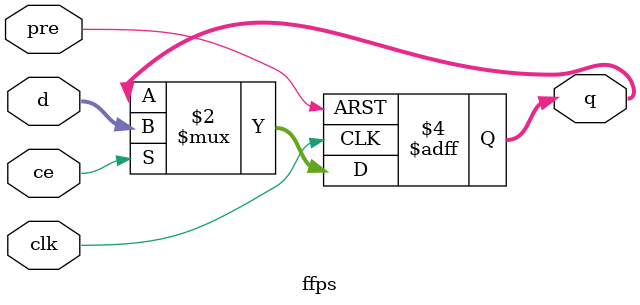
<source format=v>
module ffps(clk,q,d,ce,pre);
input clk,ce,pre;
input  [3:0] d;
output [3:0] q;
reg    [3:0] q;

always @(posedge clk or posedge pre)
    begin
    if(pre)
        q<=4'b1111;
    else if(ce)
        q<=d;    
    end
endmodule

</source>
